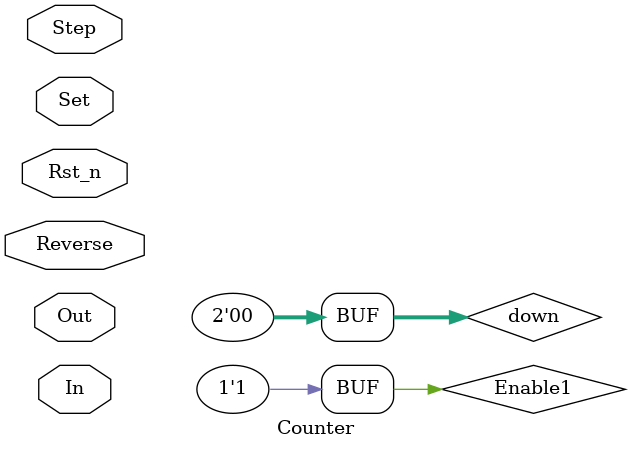
<source format=v>
module Counter(Step, Reverse, Rst_n, Set, In, Out);
	
	parameter binaryWidth = 10;
	
	input wire Step;
	input wire Reverse;
	input wire Rst_n;
	input wire Set;
	input wire [9:0] In; //8-4-2-1
	input wire [9:0] Out;//8-4-2-1

	//Binary dekatron Inputs
	wire [9:0] In1;
	wire [9:0] In10;
	wire [9:0] In100;

	wire [1:0] down = 2'b00;

	// convert 8-4-2-1 to binary
	BdcToBin bin1(.In(In[3:0]), .Out(In1));
	BdcToBin bin10(.In(In[7:4]), .Out(In10));
	BdcToBin bin100(.In({down[1:0], In[9:8]}), .Out(In100));

	//Binary Dekatron outputs:
	wire [9:0] Out1;
	wire [9:0] Out10;
	wire [9:0] Out100;

	//convert binary to 8-4-2-1
	BinToDbc bdc1(.In(Out1), .Out(Out[3:0]));
	BinToDbc bdc10(.In(Out10), .Out(Out[7:4]));
	BinToDbc bdc100(.In(Out100), .Out({down[1:0], Out[9:8]}));

	//If we reach limits next step cause SET event
	wire upLimit = Out100[2] & Out10[5] & Out1[5] & ~Reverse;
	wire downLimit= Out100[0] & Out10[0] & Out1[0] & Reverse;
	wire setData = upLimit | downLimit | Set;

	//Carry step signals to next digits
	//Allow Step signal to next digit if current is on corner stage
	wire Enable1 = 1'b1;
	wire Enable10 = setData | Enable1 & ((Out1[0] & Reverse ) | (Out1[9] & ~Reverse));
	wire Enable100 = setData | Enable10 &((Out10[0] & Reverse ) | (Out10[9] & ~Reverse));

	//Assign Input set value or MAX (255) or MIN(0) values
	wire [9:0]  _In1 = Set ? In1 : ({binaryWidth{upLimit}} & 10'b0000000001 | {binaryWidth{downLimit}} & 10'b0000100000);
	wire [9:0]  _In10 = Set ? In10 : ({binaryWidth{upLimit}} & 10'b0000000001 | {binaryWidth{downLimit}} & 10'b0000100000);
	wire [9:0]  _In100 = Set ? In100 : ({binaryWidth{upLimit}} & 10'b0000000001 | {binaryWidth{downLimit}} & 10'b0000000100);
	
	Dekatron  dataDek1(.Step(Step), .Enable(Enable1), .Reverse(Reverse), .Rst_n(Rst_n), .Set(setData), .In(_In1), .Out(Out1));
	Dekatron  dataDek10(.Step(Step), .Enable(Enable10), .Reverse(Reverse), .Rst_n(Rst_n), .Set(setData), .In(_In10), .Out(Out10));
	Dekatron  dataDek100(.Step(Step), .Enable(Enable100), .Reverse(Reverse), .Rst_n(Rst_n), .Set(setData), .In(_In100), .Out(Out100));

endmodule
</source>
